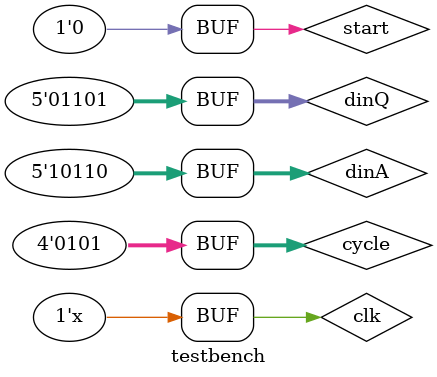
<source format=v>
`timescale 1ns / 1ps

module testbench();
reg [4:0]dinA,dinQ;
reg clk,start;
reg[3:0]cycle;
wire done;
data_path DP(dinA, dinQ, enableD,loadA, clearA, shiftA, loadQ, shiftQ, clearQ, clearF, loadM, addsub, decc, loadcntr, clearcntr, clk, cycle, eqz, qm1, qn1);
control_path CP(clk,qn1,qm1,start,eqz,enableD,loadA,clearA,shiftA,loadQ,shiftQ,clearQ,clearF,loadM,addsub,decc,loadcntr,clearcntr,done);

initial clk=0;
always #5 clk=~clk;
initial begin
start=1;
cycle=4'b0101;
dinA=5'b10110;
dinQ=5'b01101;
#10 start=0;
#150;
end
initial begin
$monitor("done=%b product=%b %b %b M=%b",done,DP.a[4:0],DP.q[4:0],DP.qm1,DP.m[4:0]);
end
endmodule



</source>
